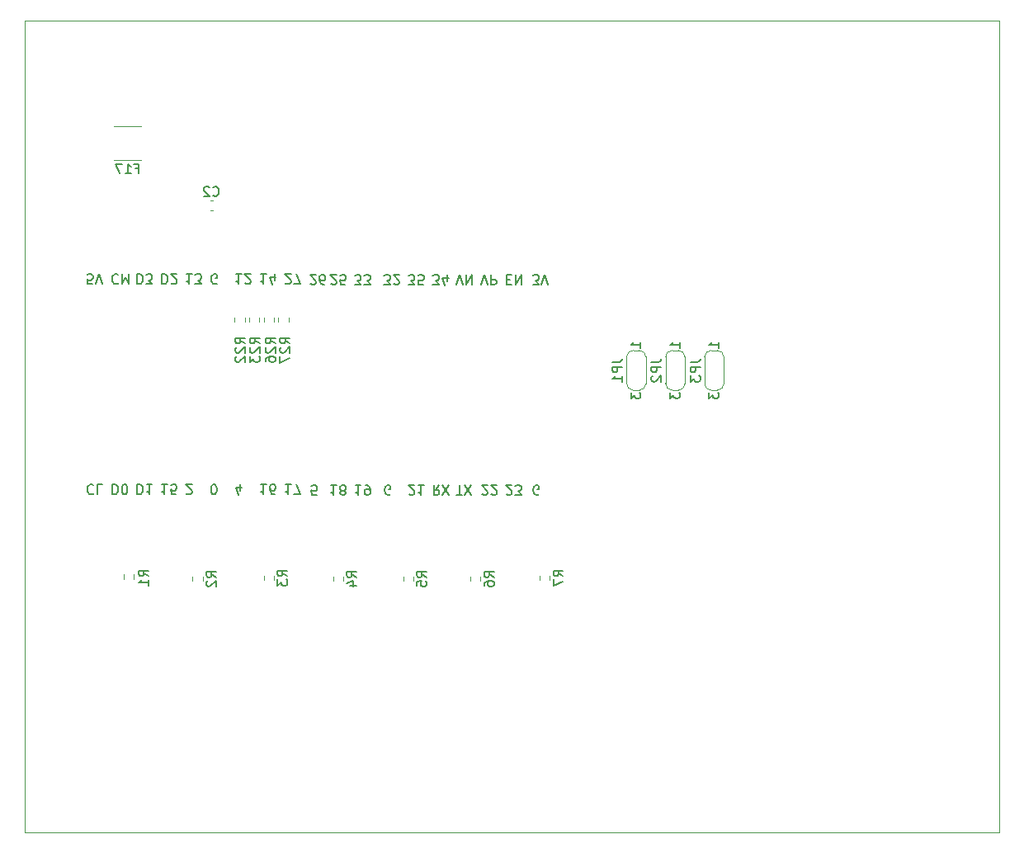
<source format=gbr>
%TF.GenerationSoftware,KiCad,Pcbnew,8.0.0*%
%TF.CreationDate,2024-08-19T20:21:19+02:00*%
%TF.ProjectId,led_stairs_controller,6c65645f-7374-4616-9972-735f636f6e74,V0.3*%
%TF.SameCoordinates,Original*%
%TF.FileFunction,Legend,Bot*%
%TF.FilePolarity,Positive*%
%FSLAX46Y46*%
G04 Gerber Fmt 4.6, Leading zero omitted, Abs format (unit mm)*
G04 Created by KiCad (PCBNEW 8.0.0) date 2024-08-19 20:21:19*
%MOMM*%
%LPD*%
G01*
G04 APERTURE LIST*
%ADD10C,0.150000*%
%ADD11C,0.120000*%
%TA.AperFunction,Profile*%
%ADD12C,0.120000*%
%TD*%
G04 APERTURE END LIST*
D10*
X161454819Y-90766666D02*
X162169104Y-90766666D01*
X162169104Y-90766666D02*
X162311961Y-90719047D01*
X162311961Y-90719047D02*
X162407200Y-90623809D01*
X162407200Y-90623809D02*
X162454819Y-90480952D01*
X162454819Y-90480952D02*
X162454819Y-90385714D01*
X162454819Y-91242857D02*
X161454819Y-91242857D01*
X161454819Y-91242857D02*
X161454819Y-91623809D01*
X161454819Y-91623809D02*
X161502438Y-91719047D01*
X161502438Y-91719047D02*
X161550057Y-91766666D01*
X161550057Y-91766666D02*
X161645295Y-91814285D01*
X161645295Y-91814285D02*
X161788152Y-91814285D01*
X161788152Y-91814285D02*
X161883390Y-91766666D01*
X161883390Y-91766666D02*
X161931009Y-91719047D01*
X161931009Y-91719047D02*
X161978628Y-91623809D01*
X161978628Y-91623809D02*
X161978628Y-91242857D01*
X162454819Y-92766666D02*
X162454819Y-92195238D01*
X162454819Y-92480952D02*
X161454819Y-92480952D01*
X161454819Y-92480952D02*
X161597676Y-92385714D01*
X161597676Y-92385714D02*
X161692914Y-92290476D01*
X161692914Y-92290476D02*
X161740533Y-92195238D01*
X164354819Y-89285714D02*
X164354819Y-88714286D01*
X164354819Y-89000000D02*
X163354819Y-89000000D01*
X163354819Y-89000000D02*
X163497676Y-88904762D01*
X163497676Y-88904762D02*
X163592914Y-88809524D01*
X163592914Y-88809524D02*
X163640533Y-88714286D01*
X163354819Y-93866667D02*
X163354819Y-94485714D01*
X163354819Y-94485714D02*
X163735771Y-94152381D01*
X163735771Y-94152381D02*
X163735771Y-94295238D01*
X163735771Y-94295238D02*
X163783390Y-94390476D01*
X163783390Y-94390476D02*
X163831009Y-94438095D01*
X163831009Y-94438095D02*
X163926247Y-94485714D01*
X163926247Y-94485714D02*
X164164342Y-94485714D01*
X164164342Y-94485714D02*
X164259580Y-94438095D01*
X164259580Y-94438095D02*
X164307200Y-94390476D01*
X164307200Y-94390476D02*
X164354819Y-94295238D01*
X164354819Y-94295238D02*
X164354819Y-94009524D01*
X164354819Y-94009524D02*
X164307200Y-93914286D01*
X164307200Y-93914286D02*
X164259580Y-93866667D01*
X165454819Y-90766666D02*
X166169104Y-90766666D01*
X166169104Y-90766666D02*
X166311961Y-90719047D01*
X166311961Y-90719047D02*
X166407200Y-90623809D01*
X166407200Y-90623809D02*
X166454819Y-90480952D01*
X166454819Y-90480952D02*
X166454819Y-90385714D01*
X166454819Y-91242857D02*
X165454819Y-91242857D01*
X165454819Y-91242857D02*
X165454819Y-91623809D01*
X165454819Y-91623809D02*
X165502438Y-91719047D01*
X165502438Y-91719047D02*
X165550057Y-91766666D01*
X165550057Y-91766666D02*
X165645295Y-91814285D01*
X165645295Y-91814285D02*
X165788152Y-91814285D01*
X165788152Y-91814285D02*
X165883390Y-91766666D01*
X165883390Y-91766666D02*
X165931009Y-91719047D01*
X165931009Y-91719047D02*
X165978628Y-91623809D01*
X165978628Y-91623809D02*
X165978628Y-91242857D01*
X165550057Y-92195238D02*
X165502438Y-92242857D01*
X165502438Y-92242857D02*
X165454819Y-92338095D01*
X165454819Y-92338095D02*
X165454819Y-92576190D01*
X165454819Y-92576190D02*
X165502438Y-92671428D01*
X165502438Y-92671428D02*
X165550057Y-92719047D01*
X165550057Y-92719047D02*
X165645295Y-92766666D01*
X165645295Y-92766666D02*
X165740533Y-92766666D01*
X165740533Y-92766666D02*
X165883390Y-92719047D01*
X165883390Y-92719047D02*
X166454819Y-92147619D01*
X166454819Y-92147619D02*
X166454819Y-92766666D01*
X168354819Y-89285714D02*
X168354819Y-88714286D01*
X168354819Y-89000000D02*
X167354819Y-89000000D01*
X167354819Y-89000000D02*
X167497676Y-88904762D01*
X167497676Y-88904762D02*
X167592914Y-88809524D01*
X167592914Y-88809524D02*
X167640533Y-88714286D01*
X167354819Y-93866667D02*
X167354819Y-94485714D01*
X167354819Y-94485714D02*
X167735771Y-94152381D01*
X167735771Y-94152381D02*
X167735771Y-94295238D01*
X167735771Y-94295238D02*
X167783390Y-94390476D01*
X167783390Y-94390476D02*
X167831009Y-94438095D01*
X167831009Y-94438095D02*
X167926247Y-94485714D01*
X167926247Y-94485714D02*
X168164342Y-94485714D01*
X168164342Y-94485714D02*
X168259580Y-94438095D01*
X168259580Y-94438095D02*
X168307200Y-94390476D01*
X168307200Y-94390476D02*
X168354819Y-94295238D01*
X168354819Y-94295238D02*
X168354819Y-94009524D01*
X168354819Y-94009524D02*
X168307200Y-93914286D01*
X168307200Y-93914286D02*
X168259580Y-93866667D01*
X126854819Y-88857142D02*
X126378628Y-88523809D01*
X126854819Y-88285714D02*
X125854819Y-88285714D01*
X125854819Y-88285714D02*
X125854819Y-88666666D01*
X125854819Y-88666666D02*
X125902438Y-88761904D01*
X125902438Y-88761904D02*
X125950057Y-88809523D01*
X125950057Y-88809523D02*
X126045295Y-88857142D01*
X126045295Y-88857142D02*
X126188152Y-88857142D01*
X126188152Y-88857142D02*
X126283390Y-88809523D01*
X126283390Y-88809523D02*
X126331009Y-88761904D01*
X126331009Y-88761904D02*
X126378628Y-88666666D01*
X126378628Y-88666666D02*
X126378628Y-88285714D01*
X125950057Y-89238095D02*
X125902438Y-89285714D01*
X125902438Y-89285714D02*
X125854819Y-89380952D01*
X125854819Y-89380952D02*
X125854819Y-89619047D01*
X125854819Y-89619047D02*
X125902438Y-89714285D01*
X125902438Y-89714285D02*
X125950057Y-89761904D01*
X125950057Y-89761904D02*
X126045295Y-89809523D01*
X126045295Y-89809523D02*
X126140533Y-89809523D01*
X126140533Y-89809523D02*
X126283390Y-89761904D01*
X126283390Y-89761904D02*
X126854819Y-89190476D01*
X126854819Y-89190476D02*
X126854819Y-89809523D01*
X125854819Y-90666666D02*
X125854819Y-90476190D01*
X125854819Y-90476190D02*
X125902438Y-90380952D01*
X125902438Y-90380952D02*
X125950057Y-90333333D01*
X125950057Y-90333333D02*
X126092914Y-90238095D01*
X126092914Y-90238095D02*
X126283390Y-90190476D01*
X126283390Y-90190476D02*
X126664342Y-90190476D01*
X126664342Y-90190476D02*
X126759580Y-90238095D01*
X126759580Y-90238095D02*
X126807200Y-90285714D01*
X126807200Y-90285714D02*
X126854819Y-90380952D01*
X126854819Y-90380952D02*
X126854819Y-90571428D01*
X126854819Y-90571428D02*
X126807200Y-90666666D01*
X126807200Y-90666666D02*
X126759580Y-90714285D01*
X126759580Y-90714285D02*
X126664342Y-90761904D01*
X126664342Y-90761904D02*
X126426247Y-90761904D01*
X126426247Y-90761904D02*
X126331009Y-90714285D01*
X126331009Y-90714285D02*
X126283390Y-90666666D01*
X126283390Y-90666666D02*
X126235771Y-90571428D01*
X126235771Y-90571428D02*
X126235771Y-90380952D01*
X126235771Y-90380952D02*
X126283390Y-90285714D01*
X126283390Y-90285714D02*
X126331009Y-90238095D01*
X126331009Y-90238095D02*
X126426247Y-90190476D01*
X128354819Y-88857142D02*
X127878628Y-88523809D01*
X128354819Y-88285714D02*
X127354819Y-88285714D01*
X127354819Y-88285714D02*
X127354819Y-88666666D01*
X127354819Y-88666666D02*
X127402438Y-88761904D01*
X127402438Y-88761904D02*
X127450057Y-88809523D01*
X127450057Y-88809523D02*
X127545295Y-88857142D01*
X127545295Y-88857142D02*
X127688152Y-88857142D01*
X127688152Y-88857142D02*
X127783390Y-88809523D01*
X127783390Y-88809523D02*
X127831009Y-88761904D01*
X127831009Y-88761904D02*
X127878628Y-88666666D01*
X127878628Y-88666666D02*
X127878628Y-88285714D01*
X127450057Y-89238095D02*
X127402438Y-89285714D01*
X127402438Y-89285714D02*
X127354819Y-89380952D01*
X127354819Y-89380952D02*
X127354819Y-89619047D01*
X127354819Y-89619047D02*
X127402438Y-89714285D01*
X127402438Y-89714285D02*
X127450057Y-89761904D01*
X127450057Y-89761904D02*
X127545295Y-89809523D01*
X127545295Y-89809523D02*
X127640533Y-89809523D01*
X127640533Y-89809523D02*
X127783390Y-89761904D01*
X127783390Y-89761904D02*
X128354819Y-89190476D01*
X128354819Y-89190476D02*
X128354819Y-89809523D01*
X127354819Y-90142857D02*
X127354819Y-90809523D01*
X127354819Y-90809523D02*
X128354819Y-90380952D01*
X112509523Y-70881009D02*
X112842856Y-70881009D01*
X112842856Y-71404819D02*
X112842856Y-70404819D01*
X112842856Y-70404819D02*
X112366666Y-70404819D01*
X111461904Y-71404819D02*
X112033332Y-71404819D01*
X111747618Y-71404819D02*
X111747618Y-70404819D01*
X111747618Y-70404819D02*
X111842856Y-70547676D01*
X111842856Y-70547676D02*
X111938094Y-70642914D01*
X111938094Y-70642914D02*
X112033332Y-70690533D01*
X111128570Y-70404819D02*
X110461904Y-70404819D01*
X110461904Y-70404819D02*
X110890475Y-71404819D01*
X120466666Y-73629580D02*
X120514285Y-73677200D01*
X120514285Y-73677200D02*
X120657142Y-73724819D01*
X120657142Y-73724819D02*
X120752380Y-73724819D01*
X120752380Y-73724819D02*
X120895237Y-73677200D01*
X120895237Y-73677200D02*
X120990475Y-73581961D01*
X120990475Y-73581961D02*
X121038094Y-73486723D01*
X121038094Y-73486723D02*
X121085713Y-73296247D01*
X121085713Y-73296247D02*
X121085713Y-73153390D01*
X121085713Y-73153390D02*
X121038094Y-72962914D01*
X121038094Y-72962914D02*
X120990475Y-72867676D01*
X120990475Y-72867676D02*
X120895237Y-72772438D01*
X120895237Y-72772438D02*
X120752380Y-72724819D01*
X120752380Y-72724819D02*
X120657142Y-72724819D01*
X120657142Y-72724819D02*
X120514285Y-72772438D01*
X120514285Y-72772438D02*
X120466666Y-72820057D01*
X120085713Y-72820057D02*
X120038094Y-72772438D01*
X120038094Y-72772438D02*
X119942856Y-72724819D01*
X119942856Y-72724819D02*
X119704761Y-72724819D01*
X119704761Y-72724819D02*
X119609523Y-72772438D01*
X119609523Y-72772438D02*
X119561904Y-72820057D01*
X119561904Y-72820057D02*
X119514285Y-72915295D01*
X119514285Y-72915295D02*
X119514285Y-73010533D01*
X119514285Y-73010533D02*
X119561904Y-73153390D01*
X119561904Y-73153390D02*
X120133332Y-73724819D01*
X120133332Y-73724819D02*
X119514285Y-73724819D01*
X125254819Y-88857142D02*
X124778628Y-88523809D01*
X125254819Y-88285714D02*
X124254819Y-88285714D01*
X124254819Y-88285714D02*
X124254819Y-88666666D01*
X124254819Y-88666666D02*
X124302438Y-88761904D01*
X124302438Y-88761904D02*
X124350057Y-88809523D01*
X124350057Y-88809523D02*
X124445295Y-88857142D01*
X124445295Y-88857142D02*
X124588152Y-88857142D01*
X124588152Y-88857142D02*
X124683390Y-88809523D01*
X124683390Y-88809523D02*
X124731009Y-88761904D01*
X124731009Y-88761904D02*
X124778628Y-88666666D01*
X124778628Y-88666666D02*
X124778628Y-88285714D01*
X124350057Y-89238095D02*
X124302438Y-89285714D01*
X124302438Y-89285714D02*
X124254819Y-89380952D01*
X124254819Y-89380952D02*
X124254819Y-89619047D01*
X124254819Y-89619047D02*
X124302438Y-89714285D01*
X124302438Y-89714285D02*
X124350057Y-89761904D01*
X124350057Y-89761904D02*
X124445295Y-89809523D01*
X124445295Y-89809523D02*
X124540533Y-89809523D01*
X124540533Y-89809523D02*
X124683390Y-89761904D01*
X124683390Y-89761904D02*
X125254819Y-89190476D01*
X125254819Y-89190476D02*
X125254819Y-89809523D01*
X124254819Y-90142857D02*
X124254819Y-90761904D01*
X124254819Y-90761904D02*
X124635771Y-90428571D01*
X124635771Y-90428571D02*
X124635771Y-90571428D01*
X124635771Y-90571428D02*
X124683390Y-90666666D01*
X124683390Y-90666666D02*
X124731009Y-90714285D01*
X124731009Y-90714285D02*
X124826247Y-90761904D01*
X124826247Y-90761904D02*
X125064342Y-90761904D01*
X125064342Y-90761904D02*
X125159580Y-90714285D01*
X125159580Y-90714285D02*
X125207200Y-90666666D01*
X125207200Y-90666666D02*
X125254819Y-90571428D01*
X125254819Y-90571428D02*
X125254819Y-90285714D01*
X125254819Y-90285714D02*
X125207200Y-90190476D01*
X125207200Y-90190476D02*
X125159580Y-90142857D01*
X113854819Y-112733333D02*
X113378628Y-112400000D01*
X113854819Y-112161905D02*
X112854819Y-112161905D01*
X112854819Y-112161905D02*
X112854819Y-112542857D01*
X112854819Y-112542857D02*
X112902438Y-112638095D01*
X112902438Y-112638095D02*
X112950057Y-112685714D01*
X112950057Y-112685714D02*
X113045295Y-112733333D01*
X113045295Y-112733333D02*
X113188152Y-112733333D01*
X113188152Y-112733333D02*
X113283390Y-112685714D01*
X113283390Y-112685714D02*
X113331009Y-112638095D01*
X113331009Y-112638095D02*
X113378628Y-112542857D01*
X113378628Y-112542857D02*
X113378628Y-112161905D01*
X113854819Y-113685714D02*
X113854819Y-113114286D01*
X113854819Y-113400000D02*
X112854819Y-113400000D01*
X112854819Y-113400000D02*
X112997676Y-113304762D01*
X112997676Y-113304762D02*
X113092914Y-113209524D01*
X113092914Y-113209524D02*
X113140533Y-113114286D01*
X123754819Y-88857142D02*
X123278628Y-88523809D01*
X123754819Y-88285714D02*
X122754819Y-88285714D01*
X122754819Y-88285714D02*
X122754819Y-88666666D01*
X122754819Y-88666666D02*
X122802438Y-88761904D01*
X122802438Y-88761904D02*
X122850057Y-88809523D01*
X122850057Y-88809523D02*
X122945295Y-88857142D01*
X122945295Y-88857142D02*
X123088152Y-88857142D01*
X123088152Y-88857142D02*
X123183390Y-88809523D01*
X123183390Y-88809523D02*
X123231009Y-88761904D01*
X123231009Y-88761904D02*
X123278628Y-88666666D01*
X123278628Y-88666666D02*
X123278628Y-88285714D01*
X122850057Y-89238095D02*
X122802438Y-89285714D01*
X122802438Y-89285714D02*
X122754819Y-89380952D01*
X122754819Y-89380952D02*
X122754819Y-89619047D01*
X122754819Y-89619047D02*
X122802438Y-89714285D01*
X122802438Y-89714285D02*
X122850057Y-89761904D01*
X122850057Y-89761904D02*
X122945295Y-89809523D01*
X122945295Y-89809523D02*
X123040533Y-89809523D01*
X123040533Y-89809523D02*
X123183390Y-89761904D01*
X123183390Y-89761904D02*
X123754819Y-89190476D01*
X123754819Y-89190476D02*
X123754819Y-89809523D01*
X122850057Y-90190476D02*
X122802438Y-90238095D01*
X122802438Y-90238095D02*
X122754819Y-90333333D01*
X122754819Y-90333333D02*
X122754819Y-90571428D01*
X122754819Y-90571428D02*
X122802438Y-90666666D01*
X122802438Y-90666666D02*
X122850057Y-90714285D01*
X122850057Y-90714285D02*
X122945295Y-90761904D01*
X122945295Y-90761904D02*
X123040533Y-90761904D01*
X123040533Y-90761904D02*
X123183390Y-90714285D01*
X123183390Y-90714285D02*
X123754819Y-90142857D01*
X123754819Y-90142857D02*
X123754819Y-90761904D01*
X156384819Y-112733333D02*
X155908628Y-112400000D01*
X156384819Y-112161905D02*
X155384819Y-112161905D01*
X155384819Y-112161905D02*
X155384819Y-112542857D01*
X155384819Y-112542857D02*
X155432438Y-112638095D01*
X155432438Y-112638095D02*
X155480057Y-112685714D01*
X155480057Y-112685714D02*
X155575295Y-112733333D01*
X155575295Y-112733333D02*
X155718152Y-112733333D01*
X155718152Y-112733333D02*
X155813390Y-112685714D01*
X155813390Y-112685714D02*
X155861009Y-112638095D01*
X155861009Y-112638095D02*
X155908628Y-112542857D01*
X155908628Y-112542857D02*
X155908628Y-112161905D01*
X155384819Y-113066667D02*
X155384819Y-113733333D01*
X155384819Y-113733333D02*
X156384819Y-113304762D01*
X128084819Y-112733333D02*
X127608628Y-112400000D01*
X128084819Y-112161905D02*
X127084819Y-112161905D01*
X127084819Y-112161905D02*
X127084819Y-112542857D01*
X127084819Y-112542857D02*
X127132438Y-112638095D01*
X127132438Y-112638095D02*
X127180057Y-112685714D01*
X127180057Y-112685714D02*
X127275295Y-112733333D01*
X127275295Y-112733333D02*
X127418152Y-112733333D01*
X127418152Y-112733333D02*
X127513390Y-112685714D01*
X127513390Y-112685714D02*
X127561009Y-112638095D01*
X127561009Y-112638095D02*
X127608628Y-112542857D01*
X127608628Y-112542857D02*
X127608628Y-112161905D01*
X127084819Y-113066667D02*
X127084819Y-113685714D01*
X127084819Y-113685714D02*
X127465771Y-113352381D01*
X127465771Y-113352381D02*
X127465771Y-113495238D01*
X127465771Y-113495238D02*
X127513390Y-113590476D01*
X127513390Y-113590476D02*
X127561009Y-113638095D01*
X127561009Y-113638095D02*
X127656247Y-113685714D01*
X127656247Y-113685714D02*
X127894342Y-113685714D01*
X127894342Y-113685714D02*
X127989580Y-113638095D01*
X127989580Y-113638095D02*
X128037200Y-113590476D01*
X128037200Y-113590476D02*
X128084819Y-113495238D01*
X128084819Y-113495238D02*
X128084819Y-113209524D01*
X128084819Y-113209524D02*
X128037200Y-113114286D01*
X128037200Y-113114286D02*
X127989580Y-113066667D01*
X135184819Y-112833333D02*
X134708628Y-112500000D01*
X135184819Y-112261905D02*
X134184819Y-112261905D01*
X134184819Y-112261905D02*
X134184819Y-112642857D01*
X134184819Y-112642857D02*
X134232438Y-112738095D01*
X134232438Y-112738095D02*
X134280057Y-112785714D01*
X134280057Y-112785714D02*
X134375295Y-112833333D01*
X134375295Y-112833333D02*
X134518152Y-112833333D01*
X134518152Y-112833333D02*
X134613390Y-112785714D01*
X134613390Y-112785714D02*
X134661009Y-112738095D01*
X134661009Y-112738095D02*
X134708628Y-112642857D01*
X134708628Y-112642857D02*
X134708628Y-112261905D01*
X134518152Y-113690476D02*
X135184819Y-113690476D01*
X134137200Y-113452381D02*
X134851485Y-113214286D01*
X134851485Y-113214286D02*
X134851485Y-113833333D01*
X169454819Y-90766666D02*
X170169104Y-90766666D01*
X170169104Y-90766666D02*
X170311961Y-90719047D01*
X170311961Y-90719047D02*
X170407200Y-90623809D01*
X170407200Y-90623809D02*
X170454819Y-90480952D01*
X170454819Y-90480952D02*
X170454819Y-90385714D01*
X170454819Y-91242857D02*
X169454819Y-91242857D01*
X169454819Y-91242857D02*
X169454819Y-91623809D01*
X169454819Y-91623809D02*
X169502438Y-91719047D01*
X169502438Y-91719047D02*
X169550057Y-91766666D01*
X169550057Y-91766666D02*
X169645295Y-91814285D01*
X169645295Y-91814285D02*
X169788152Y-91814285D01*
X169788152Y-91814285D02*
X169883390Y-91766666D01*
X169883390Y-91766666D02*
X169931009Y-91719047D01*
X169931009Y-91719047D02*
X169978628Y-91623809D01*
X169978628Y-91623809D02*
X169978628Y-91242857D01*
X169454819Y-92147619D02*
X169454819Y-92766666D01*
X169454819Y-92766666D02*
X169835771Y-92433333D01*
X169835771Y-92433333D02*
X169835771Y-92576190D01*
X169835771Y-92576190D02*
X169883390Y-92671428D01*
X169883390Y-92671428D02*
X169931009Y-92719047D01*
X169931009Y-92719047D02*
X170026247Y-92766666D01*
X170026247Y-92766666D02*
X170264342Y-92766666D01*
X170264342Y-92766666D02*
X170359580Y-92719047D01*
X170359580Y-92719047D02*
X170407200Y-92671428D01*
X170407200Y-92671428D02*
X170454819Y-92576190D01*
X170454819Y-92576190D02*
X170454819Y-92290476D01*
X170454819Y-92290476D02*
X170407200Y-92195238D01*
X170407200Y-92195238D02*
X170359580Y-92147619D01*
X172354819Y-89285714D02*
X172354819Y-88714286D01*
X172354819Y-89000000D02*
X171354819Y-89000000D01*
X171354819Y-89000000D02*
X171497676Y-88904762D01*
X171497676Y-88904762D02*
X171592914Y-88809524D01*
X171592914Y-88809524D02*
X171640533Y-88714286D01*
X171354819Y-93866667D02*
X171354819Y-94485714D01*
X171354819Y-94485714D02*
X171735771Y-94152381D01*
X171735771Y-94152381D02*
X171735771Y-94295238D01*
X171735771Y-94295238D02*
X171783390Y-94390476D01*
X171783390Y-94390476D02*
X171831009Y-94438095D01*
X171831009Y-94438095D02*
X171926247Y-94485714D01*
X171926247Y-94485714D02*
X172164342Y-94485714D01*
X172164342Y-94485714D02*
X172259580Y-94438095D01*
X172259580Y-94438095D02*
X172307200Y-94390476D01*
X172307200Y-94390476D02*
X172354819Y-94295238D01*
X172354819Y-94295238D02*
X172354819Y-94009524D01*
X172354819Y-94009524D02*
X172307200Y-93914286D01*
X172307200Y-93914286D02*
X172259580Y-93866667D01*
X142384819Y-112833333D02*
X141908628Y-112500000D01*
X142384819Y-112261905D02*
X141384819Y-112261905D01*
X141384819Y-112261905D02*
X141384819Y-112642857D01*
X141384819Y-112642857D02*
X141432438Y-112738095D01*
X141432438Y-112738095D02*
X141480057Y-112785714D01*
X141480057Y-112785714D02*
X141575295Y-112833333D01*
X141575295Y-112833333D02*
X141718152Y-112833333D01*
X141718152Y-112833333D02*
X141813390Y-112785714D01*
X141813390Y-112785714D02*
X141861009Y-112738095D01*
X141861009Y-112738095D02*
X141908628Y-112642857D01*
X141908628Y-112642857D02*
X141908628Y-112261905D01*
X141384819Y-113738095D02*
X141384819Y-113261905D01*
X141384819Y-113261905D02*
X141861009Y-113214286D01*
X141861009Y-113214286D02*
X141813390Y-113261905D01*
X141813390Y-113261905D02*
X141765771Y-113357143D01*
X141765771Y-113357143D02*
X141765771Y-113595238D01*
X141765771Y-113595238D02*
X141813390Y-113690476D01*
X141813390Y-113690476D02*
X141861009Y-113738095D01*
X141861009Y-113738095D02*
X141956247Y-113785714D01*
X141956247Y-113785714D02*
X142194342Y-113785714D01*
X142194342Y-113785714D02*
X142289580Y-113738095D01*
X142289580Y-113738095D02*
X142337200Y-113690476D01*
X142337200Y-113690476D02*
X142384819Y-113595238D01*
X142384819Y-113595238D02*
X142384819Y-113357143D01*
X142384819Y-113357143D02*
X142337200Y-113261905D01*
X142337200Y-113261905D02*
X142289580Y-113214286D01*
X149284819Y-112833333D02*
X148808628Y-112500000D01*
X149284819Y-112261905D02*
X148284819Y-112261905D01*
X148284819Y-112261905D02*
X148284819Y-112642857D01*
X148284819Y-112642857D02*
X148332438Y-112738095D01*
X148332438Y-112738095D02*
X148380057Y-112785714D01*
X148380057Y-112785714D02*
X148475295Y-112833333D01*
X148475295Y-112833333D02*
X148618152Y-112833333D01*
X148618152Y-112833333D02*
X148713390Y-112785714D01*
X148713390Y-112785714D02*
X148761009Y-112738095D01*
X148761009Y-112738095D02*
X148808628Y-112642857D01*
X148808628Y-112642857D02*
X148808628Y-112261905D01*
X148284819Y-113690476D02*
X148284819Y-113500000D01*
X148284819Y-113500000D02*
X148332438Y-113404762D01*
X148332438Y-113404762D02*
X148380057Y-113357143D01*
X148380057Y-113357143D02*
X148522914Y-113261905D01*
X148522914Y-113261905D02*
X148713390Y-113214286D01*
X148713390Y-113214286D02*
X149094342Y-113214286D01*
X149094342Y-113214286D02*
X149189580Y-113261905D01*
X149189580Y-113261905D02*
X149237200Y-113309524D01*
X149237200Y-113309524D02*
X149284819Y-113404762D01*
X149284819Y-113404762D02*
X149284819Y-113595238D01*
X149284819Y-113595238D02*
X149237200Y-113690476D01*
X149237200Y-113690476D02*
X149189580Y-113738095D01*
X149189580Y-113738095D02*
X149094342Y-113785714D01*
X149094342Y-113785714D02*
X148856247Y-113785714D01*
X148856247Y-113785714D02*
X148761009Y-113738095D01*
X148761009Y-113738095D02*
X148713390Y-113690476D01*
X148713390Y-113690476D02*
X148665771Y-113595238D01*
X148665771Y-113595238D02*
X148665771Y-113404762D01*
X148665771Y-113404762D02*
X148713390Y-113309524D01*
X148713390Y-113309524D02*
X148761009Y-113261905D01*
X148761009Y-113261905D02*
X148856247Y-113214286D01*
X120784819Y-112833333D02*
X120308628Y-112500000D01*
X120784819Y-112261905D02*
X119784819Y-112261905D01*
X119784819Y-112261905D02*
X119784819Y-112642857D01*
X119784819Y-112642857D02*
X119832438Y-112738095D01*
X119832438Y-112738095D02*
X119880057Y-112785714D01*
X119880057Y-112785714D02*
X119975295Y-112833333D01*
X119975295Y-112833333D02*
X120118152Y-112833333D01*
X120118152Y-112833333D02*
X120213390Y-112785714D01*
X120213390Y-112785714D02*
X120261009Y-112738095D01*
X120261009Y-112738095D02*
X120308628Y-112642857D01*
X120308628Y-112642857D02*
X120308628Y-112261905D01*
X119880057Y-113214286D02*
X119832438Y-113261905D01*
X119832438Y-113261905D02*
X119784819Y-113357143D01*
X119784819Y-113357143D02*
X119784819Y-113595238D01*
X119784819Y-113595238D02*
X119832438Y-113690476D01*
X119832438Y-113690476D02*
X119880057Y-113738095D01*
X119880057Y-113738095D02*
X119975295Y-113785714D01*
X119975295Y-113785714D02*
X120070533Y-113785714D01*
X120070533Y-113785714D02*
X120213390Y-113738095D01*
X120213390Y-113738095D02*
X120784819Y-113166667D01*
X120784819Y-113166667D02*
X120784819Y-113785714D01*
X140564160Y-104294942D02*
X140611779Y-104342561D01*
X140611779Y-104342561D02*
X140707017Y-104390180D01*
X140707017Y-104390180D02*
X140945112Y-104390180D01*
X140945112Y-104390180D02*
X141040350Y-104342561D01*
X141040350Y-104342561D02*
X141087969Y-104294942D01*
X141087969Y-104294942D02*
X141135588Y-104199704D01*
X141135588Y-104199704D02*
X141135588Y-104104466D01*
X141135588Y-104104466D02*
X141087969Y-103961609D01*
X141087969Y-103961609D02*
X140516541Y-103390180D01*
X140516541Y-103390180D02*
X141135588Y-103390180D01*
X142087969Y-103390180D02*
X141516541Y-103390180D01*
X141802255Y-103390180D02*
X141802255Y-104390180D01*
X141802255Y-104390180D02*
X141707017Y-104247323D01*
X141707017Y-104247323D02*
X141611779Y-104152085D01*
X141611779Y-104152085D02*
X141516541Y-104104466D01*
X131087969Y-104390180D02*
X130611779Y-104390180D01*
X130611779Y-104390180D02*
X130564160Y-103913990D01*
X130564160Y-103913990D02*
X130611779Y-103961609D01*
X130611779Y-103961609D02*
X130707017Y-104009228D01*
X130707017Y-104009228D02*
X130945112Y-104009228D01*
X130945112Y-104009228D02*
X131040350Y-103961609D01*
X131040350Y-103961609D02*
X131087969Y-103913990D01*
X131087969Y-103913990D02*
X131135588Y-103818752D01*
X131135588Y-103818752D02*
X131135588Y-103580657D01*
X131135588Y-103580657D02*
X131087969Y-103485419D01*
X131087969Y-103485419D02*
X131040350Y-103437800D01*
X131040350Y-103437800D02*
X130945112Y-103390180D01*
X130945112Y-103390180D02*
X130707017Y-103390180D01*
X130707017Y-103390180D02*
X130611779Y-103437800D01*
X130611779Y-103437800D02*
X130564160Y-103485419D01*
X148064160Y-104294942D02*
X148111779Y-104342561D01*
X148111779Y-104342561D02*
X148207017Y-104390180D01*
X148207017Y-104390180D02*
X148445112Y-104390180D01*
X148445112Y-104390180D02*
X148540350Y-104342561D01*
X148540350Y-104342561D02*
X148587969Y-104294942D01*
X148587969Y-104294942D02*
X148635588Y-104199704D01*
X148635588Y-104199704D02*
X148635588Y-104104466D01*
X148635588Y-104104466D02*
X148587969Y-103961609D01*
X148587969Y-103961609D02*
X148016541Y-103390180D01*
X148016541Y-103390180D02*
X148635588Y-103390180D01*
X149016541Y-104294942D02*
X149064160Y-104342561D01*
X149064160Y-104342561D02*
X149159398Y-104390180D01*
X149159398Y-104390180D02*
X149397493Y-104390180D01*
X149397493Y-104390180D02*
X149492731Y-104342561D01*
X149492731Y-104342561D02*
X149540350Y-104294942D01*
X149540350Y-104294942D02*
X149587969Y-104199704D01*
X149587969Y-104199704D02*
X149587969Y-104104466D01*
X149587969Y-104104466D02*
X149540350Y-103961609D01*
X149540350Y-103961609D02*
X148968922Y-103390180D01*
X148968922Y-103390180D02*
X149587969Y-103390180D01*
X130454160Y-82704942D02*
X130501779Y-82752561D01*
X130501779Y-82752561D02*
X130597017Y-82800180D01*
X130597017Y-82800180D02*
X130835112Y-82800180D01*
X130835112Y-82800180D02*
X130930350Y-82752561D01*
X130930350Y-82752561D02*
X130977969Y-82704942D01*
X130977969Y-82704942D02*
X131025588Y-82609704D01*
X131025588Y-82609704D02*
X131025588Y-82514466D01*
X131025588Y-82514466D02*
X130977969Y-82371609D01*
X130977969Y-82371609D02*
X130406541Y-81800180D01*
X130406541Y-81800180D02*
X131025588Y-81800180D01*
X131882731Y-82800180D02*
X131692255Y-82800180D01*
X131692255Y-82800180D02*
X131597017Y-82752561D01*
X131597017Y-82752561D02*
X131549398Y-82704942D01*
X131549398Y-82704942D02*
X131454160Y-82562085D01*
X131454160Y-82562085D02*
X131406541Y-82371609D01*
X131406541Y-82371609D02*
X131406541Y-81990657D01*
X131406541Y-81990657D02*
X131454160Y-81895419D01*
X131454160Y-81895419D02*
X131501779Y-81847800D01*
X131501779Y-81847800D02*
X131597017Y-81800180D01*
X131597017Y-81800180D02*
X131787493Y-81800180D01*
X131787493Y-81800180D02*
X131882731Y-81847800D01*
X131882731Y-81847800D02*
X131930350Y-81895419D01*
X131930350Y-81895419D02*
X131977969Y-81990657D01*
X131977969Y-81990657D02*
X131977969Y-82228752D01*
X131977969Y-82228752D02*
X131930350Y-82323990D01*
X131930350Y-82323990D02*
X131882731Y-82371609D01*
X131882731Y-82371609D02*
X131787493Y-82419228D01*
X131787493Y-82419228D02*
X131597017Y-82419228D01*
X131597017Y-82419228D02*
X131501779Y-82371609D01*
X131501779Y-82371609D02*
X131454160Y-82323990D01*
X131454160Y-82323990D02*
X131406541Y-82228752D01*
X138016541Y-82800180D02*
X138635588Y-82800180D01*
X138635588Y-82800180D02*
X138302255Y-82419228D01*
X138302255Y-82419228D02*
X138445112Y-82419228D01*
X138445112Y-82419228D02*
X138540350Y-82371609D01*
X138540350Y-82371609D02*
X138587969Y-82323990D01*
X138587969Y-82323990D02*
X138635588Y-82228752D01*
X138635588Y-82228752D02*
X138635588Y-81990657D01*
X138635588Y-81990657D02*
X138587969Y-81895419D01*
X138587969Y-81895419D02*
X138540350Y-81847800D01*
X138540350Y-81847800D02*
X138445112Y-81800180D01*
X138445112Y-81800180D02*
X138159398Y-81800180D01*
X138159398Y-81800180D02*
X138064160Y-81847800D01*
X138064160Y-81847800D02*
X138016541Y-81895419D01*
X139016541Y-82704942D02*
X139064160Y-82752561D01*
X139064160Y-82752561D02*
X139159398Y-82800180D01*
X139159398Y-82800180D02*
X139397493Y-82800180D01*
X139397493Y-82800180D02*
X139492731Y-82752561D01*
X139492731Y-82752561D02*
X139540350Y-82704942D01*
X139540350Y-82704942D02*
X139587969Y-82609704D01*
X139587969Y-82609704D02*
X139587969Y-82514466D01*
X139587969Y-82514466D02*
X139540350Y-82371609D01*
X139540350Y-82371609D02*
X138968922Y-81800180D01*
X138968922Y-81800180D02*
X139587969Y-81800180D01*
X112696779Y-81730180D02*
X112696779Y-82730180D01*
X112696779Y-82730180D02*
X112934874Y-82730180D01*
X112934874Y-82730180D02*
X113077731Y-82682561D01*
X113077731Y-82682561D02*
X113172969Y-82587323D01*
X113172969Y-82587323D02*
X113220588Y-82492085D01*
X113220588Y-82492085D02*
X113268207Y-82301609D01*
X113268207Y-82301609D02*
X113268207Y-82158752D01*
X113268207Y-82158752D02*
X113220588Y-81968276D01*
X113220588Y-81968276D02*
X113172969Y-81873038D01*
X113172969Y-81873038D02*
X113077731Y-81777800D01*
X113077731Y-81777800D02*
X112934874Y-81730180D01*
X112934874Y-81730180D02*
X112696779Y-81730180D01*
X113601541Y-82730180D02*
X114220588Y-82730180D01*
X114220588Y-82730180D02*
X113887255Y-82349228D01*
X113887255Y-82349228D02*
X114030112Y-82349228D01*
X114030112Y-82349228D02*
X114125350Y-82301609D01*
X114125350Y-82301609D02*
X114172969Y-82253990D01*
X114172969Y-82253990D02*
X114220588Y-82158752D01*
X114220588Y-82158752D02*
X114220588Y-81920657D01*
X114220588Y-81920657D02*
X114172969Y-81825419D01*
X114172969Y-81825419D02*
X114125350Y-81777800D01*
X114125350Y-81777800D02*
X114030112Y-81730180D01*
X114030112Y-81730180D02*
X113744398Y-81730180D01*
X113744398Y-81730180D02*
X113649160Y-81777800D01*
X113649160Y-81777800D02*
X113601541Y-81825419D01*
X135016541Y-82800180D02*
X135635588Y-82800180D01*
X135635588Y-82800180D02*
X135302255Y-82419228D01*
X135302255Y-82419228D02*
X135445112Y-82419228D01*
X135445112Y-82419228D02*
X135540350Y-82371609D01*
X135540350Y-82371609D02*
X135587969Y-82323990D01*
X135587969Y-82323990D02*
X135635588Y-82228752D01*
X135635588Y-82228752D02*
X135635588Y-81990657D01*
X135635588Y-81990657D02*
X135587969Y-81895419D01*
X135587969Y-81895419D02*
X135540350Y-81847800D01*
X135540350Y-81847800D02*
X135445112Y-81800180D01*
X135445112Y-81800180D02*
X135159398Y-81800180D01*
X135159398Y-81800180D02*
X135064160Y-81847800D01*
X135064160Y-81847800D02*
X135016541Y-81895419D01*
X135968922Y-82800180D02*
X136587969Y-82800180D01*
X136587969Y-82800180D02*
X136254636Y-82419228D01*
X136254636Y-82419228D02*
X136397493Y-82419228D01*
X136397493Y-82419228D02*
X136492731Y-82371609D01*
X136492731Y-82371609D02*
X136540350Y-82323990D01*
X136540350Y-82323990D02*
X136587969Y-82228752D01*
X136587969Y-82228752D02*
X136587969Y-81990657D01*
X136587969Y-81990657D02*
X136540350Y-81895419D01*
X136540350Y-81895419D02*
X136492731Y-81847800D01*
X136492731Y-81847800D02*
X136397493Y-81800180D01*
X136397493Y-81800180D02*
X136111779Y-81800180D01*
X136111779Y-81800180D02*
X136016541Y-81847800D01*
X136016541Y-81847800D02*
X135968922Y-81895419D01*
X108188207Y-103415419D02*
X108140588Y-103367800D01*
X108140588Y-103367800D02*
X107997731Y-103320180D01*
X107997731Y-103320180D02*
X107902493Y-103320180D01*
X107902493Y-103320180D02*
X107759636Y-103367800D01*
X107759636Y-103367800D02*
X107664398Y-103463038D01*
X107664398Y-103463038D02*
X107616779Y-103558276D01*
X107616779Y-103558276D02*
X107569160Y-103748752D01*
X107569160Y-103748752D02*
X107569160Y-103891609D01*
X107569160Y-103891609D02*
X107616779Y-104082085D01*
X107616779Y-104082085D02*
X107664398Y-104177323D01*
X107664398Y-104177323D02*
X107759636Y-104272561D01*
X107759636Y-104272561D02*
X107902493Y-104320180D01*
X107902493Y-104320180D02*
X107997731Y-104320180D01*
X107997731Y-104320180D02*
X108140588Y-104272561D01*
X108140588Y-104272561D02*
X108188207Y-104224942D01*
X109092969Y-103320180D02*
X108616779Y-103320180D01*
X108616779Y-103320180D02*
X108616779Y-104320180D01*
X147968922Y-82800180D02*
X148302255Y-81800180D01*
X148302255Y-81800180D02*
X148635588Y-82800180D01*
X148968922Y-81800180D02*
X148968922Y-82800180D01*
X148968922Y-82800180D02*
X149349874Y-82800180D01*
X149349874Y-82800180D02*
X149445112Y-82752561D01*
X149445112Y-82752561D02*
X149492731Y-82704942D01*
X149492731Y-82704942D02*
X149540350Y-82609704D01*
X149540350Y-82609704D02*
X149540350Y-82466847D01*
X149540350Y-82466847D02*
X149492731Y-82371609D01*
X149492731Y-82371609D02*
X149445112Y-82323990D01*
X149445112Y-82323990D02*
X149349874Y-82276371D01*
X149349874Y-82276371D02*
X148968922Y-82276371D01*
X123380588Y-81730180D02*
X122809160Y-81730180D01*
X123094874Y-81730180D02*
X123094874Y-82730180D01*
X123094874Y-82730180D02*
X122999636Y-82587323D01*
X122999636Y-82587323D02*
X122904398Y-82492085D01*
X122904398Y-82492085D02*
X122809160Y-82444466D01*
X123761541Y-82634942D02*
X123809160Y-82682561D01*
X123809160Y-82682561D02*
X123904398Y-82730180D01*
X123904398Y-82730180D02*
X124142493Y-82730180D01*
X124142493Y-82730180D02*
X124237731Y-82682561D01*
X124237731Y-82682561D02*
X124285350Y-82634942D01*
X124285350Y-82634942D02*
X124332969Y-82539704D01*
X124332969Y-82539704D02*
X124332969Y-82444466D01*
X124332969Y-82444466D02*
X124285350Y-82301609D01*
X124285350Y-82301609D02*
X123713922Y-81730180D01*
X123713922Y-81730180D02*
X124332969Y-81730180D01*
X110728207Y-81825419D02*
X110680588Y-81777800D01*
X110680588Y-81777800D02*
X110537731Y-81730180D01*
X110537731Y-81730180D02*
X110442493Y-81730180D01*
X110442493Y-81730180D02*
X110299636Y-81777800D01*
X110299636Y-81777800D02*
X110204398Y-81873038D01*
X110204398Y-81873038D02*
X110156779Y-81968276D01*
X110156779Y-81968276D02*
X110109160Y-82158752D01*
X110109160Y-82158752D02*
X110109160Y-82301609D01*
X110109160Y-82301609D02*
X110156779Y-82492085D01*
X110156779Y-82492085D02*
X110204398Y-82587323D01*
X110204398Y-82587323D02*
X110299636Y-82682561D01*
X110299636Y-82682561D02*
X110442493Y-82730180D01*
X110442493Y-82730180D02*
X110537731Y-82730180D01*
X110537731Y-82730180D02*
X110680588Y-82682561D01*
X110680588Y-82682561D02*
X110728207Y-82634942D01*
X111156779Y-81730180D02*
X111156779Y-82730180D01*
X111156779Y-82730180D02*
X111490112Y-82015895D01*
X111490112Y-82015895D02*
X111823445Y-82730180D01*
X111823445Y-82730180D02*
X111823445Y-81730180D01*
X143016541Y-82800180D02*
X143635588Y-82800180D01*
X143635588Y-82800180D02*
X143302255Y-82419228D01*
X143302255Y-82419228D02*
X143445112Y-82419228D01*
X143445112Y-82419228D02*
X143540350Y-82371609D01*
X143540350Y-82371609D02*
X143587969Y-82323990D01*
X143587969Y-82323990D02*
X143635588Y-82228752D01*
X143635588Y-82228752D02*
X143635588Y-81990657D01*
X143635588Y-81990657D02*
X143587969Y-81895419D01*
X143587969Y-81895419D02*
X143540350Y-81847800D01*
X143540350Y-81847800D02*
X143445112Y-81800180D01*
X143445112Y-81800180D02*
X143159398Y-81800180D01*
X143159398Y-81800180D02*
X143064160Y-81847800D01*
X143064160Y-81847800D02*
X143016541Y-81895419D01*
X144492731Y-82466847D02*
X144492731Y-81800180D01*
X144254636Y-82847800D02*
X144016541Y-82133514D01*
X144016541Y-82133514D02*
X144635588Y-82133514D01*
X128460588Y-103320180D02*
X127889160Y-103320180D01*
X128174874Y-103320180D02*
X128174874Y-104320180D01*
X128174874Y-104320180D02*
X128079636Y-104177323D01*
X128079636Y-104177323D02*
X127984398Y-104082085D01*
X127984398Y-104082085D02*
X127889160Y-104034466D01*
X128793922Y-104320180D02*
X129460588Y-104320180D01*
X129460588Y-104320180D02*
X129032017Y-103320180D01*
X110156779Y-103320180D02*
X110156779Y-104320180D01*
X110156779Y-104320180D02*
X110394874Y-104320180D01*
X110394874Y-104320180D02*
X110537731Y-104272561D01*
X110537731Y-104272561D02*
X110632969Y-104177323D01*
X110632969Y-104177323D02*
X110680588Y-104082085D01*
X110680588Y-104082085D02*
X110728207Y-103891609D01*
X110728207Y-103891609D02*
X110728207Y-103748752D01*
X110728207Y-103748752D02*
X110680588Y-103558276D01*
X110680588Y-103558276D02*
X110632969Y-103463038D01*
X110632969Y-103463038D02*
X110537731Y-103367800D01*
X110537731Y-103367800D02*
X110394874Y-103320180D01*
X110394874Y-103320180D02*
X110156779Y-103320180D01*
X111347255Y-104320180D02*
X111442493Y-104320180D01*
X111442493Y-104320180D02*
X111537731Y-104272561D01*
X111537731Y-104272561D02*
X111585350Y-104224942D01*
X111585350Y-104224942D02*
X111632969Y-104129704D01*
X111632969Y-104129704D02*
X111680588Y-103939228D01*
X111680588Y-103939228D02*
X111680588Y-103701133D01*
X111680588Y-103701133D02*
X111632969Y-103510657D01*
X111632969Y-103510657D02*
X111585350Y-103415419D01*
X111585350Y-103415419D02*
X111537731Y-103367800D01*
X111537731Y-103367800D02*
X111442493Y-103320180D01*
X111442493Y-103320180D02*
X111347255Y-103320180D01*
X111347255Y-103320180D02*
X111252017Y-103367800D01*
X111252017Y-103367800D02*
X111204398Y-103415419D01*
X111204398Y-103415419D02*
X111156779Y-103510657D01*
X111156779Y-103510657D02*
X111109160Y-103701133D01*
X111109160Y-103701133D02*
X111109160Y-103939228D01*
X111109160Y-103939228D02*
X111156779Y-104129704D01*
X111156779Y-104129704D02*
X111204398Y-104224942D01*
X111204398Y-104224942D02*
X111252017Y-104272561D01*
X111252017Y-104272561D02*
X111347255Y-104320180D01*
X112696779Y-103320180D02*
X112696779Y-104320180D01*
X112696779Y-104320180D02*
X112934874Y-104320180D01*
X112934874Y-104320180D02*
X113077731Y-104272561D01*
X113077731Y-104272561D02*
X113172969Y-104177323D01*
X113172969Y-104177323D02*
X113220588Y-104082085D01*
X113220588Y-104082085D02*
X113268207Y-103891609D01*
X113268207Y-103891609D02*
X113268207Y-103748752D01*
X113268207Y-103748752D02*
X113220588Y-103558276D01*
X113220588Y-103558276D02*
X113172969Y-103463038D01*
X113172969Y-103463038D02*
X113077731Y-103367800D01*
X113077731Y-103367800D02*
X112934874Y-103320180D01*
X112934874Y-103320180D02*
X112696779Y-103320180D01*
X114220588Y-103320180D02*
X113649160Y-103320180D01*
X113934874Y-103320180D02*
X113934874Y-104320180D01*
X113934874Y-104320180D02*
X113839636Y-104177323D01*
X113839636Y-104177323D02*
X113744398Y-104082085D01*
X113744398Y-104082085D02*
X113649160Y-104034466D01*
X145468922Y-104390180D02*
X146040350Y-104390180D01*
X145754636Y-103390180D02*
X145754636Y-104390180D01*
X146278446Y-104390180D02*
X146945112Y-103390180D01*
X146945112Y-104390180D02*
X146278446Y-103390180D01*
X132564160Y-82704942D02*
X132611779Y-82752561D01*
X132611779Y-82752561D02*
X132707017Y-82800180D01*
X132707017Y-82800180D02*
X132945112Y-82800180D01*
X132945112Y-82800180D02*
X133040350Y-82752561D01*
X133040350Y-82752561D02*
X133087969Y-82704942D01*
X133087969Y-82704942D02*
X133135588Y-82609704D01*
X133135588Y-82609704D02*
X133135588Y-82514466D01*
X133135588Y-82514466D02*
X133087969Y-82371609D01*
X133087969Y-82371609D02*
X132516541Y-81800180D01*
X132516541Y-81800180D02*
X133135588Y-81800180D01*
X134040350Y-82800180D02*
X133564160Y-82800180D01*
X133564160Y-82800180D02*
X133516541Y-82323990D01*
X133516541Y-82323990D02*
X133564160Y-82371609D01*
X133564160Y-82371609D02*
X133659398Y-82419228D01*
X133659398Y-82419228D02*
X133897493Y-82419228D01*
X133897493Y-82419228D02*
X133992731Y-82371609D01*
X133992731Y-82371609D02*
X134040350Y-82323990D01*
X134040350Y-82323990D02*
X134087969Y-82228752D01*
X134087969Y-82228752D02*
X134087969Y-81990657D01*
X134087969Y-81990657D02*
X134040350Y-81895419D01*
X134040350Y-81895419D02*
X133992731Y-81847800D01*
X133992731Y-81847800D02*
X133897493Y-81800180D01*
X133897493Y-81800180D02*
X133659398Y-81800180D01*
X133659398Y-81800180D02*
X133564160Y-81847800D01*
X133564160Y-81847800D02*
X133516541Y-81895419D01*
X138635588Y-104342561D02*
X138540350Y-104390180D01*
X138540350Y-104390180D02*
X138397493Y-104390180D01*
X138397493Y-104390180D02*
X138254636Y-104342561D01*
X138254636Y-104342561D02*
X138159398Y-104247323D01*
X138159398Y-104247323D02*
X138111779Y-104152085D01*
X138111779Y-104152085D02*
X138064160Y-103961609D01*
X138064160Y-103961609D02*
X138064160Y-103818752D01*
X138064160Y-103818752D02*
X138111779Y-103628276D01*
X138111779Y-103628276D02*
X138159398Y-103533038D01*
X138159398Y-103533038D02*
X138254636Y-103437800D01*
X138254636Y-103437800D02*
X138397493Y-103390180D01*
X138397493Y-103390180D02*
X138492731Y-103390180D01*
X138492731Y-103390180D02*
X138635588Y-103437800D01*
X138635588Y-103437800D02*
X138683207Y-103485419D01*
X138683207Y-103485419D02*
X138683207Y-103818752D01*
X138683207Y-103818752D02*
X138492731Y-103818752D01*
X115236779Y-81730180D02*
X115236779Y-82730180D01*
X115236779Y-82730180D02*
X115474874Y-82730180D01*
X115474874Y-82730180D02*
X115617731Y-82682561D01*
X115617731Y-82682561D02*
X115712969Y-82587323D01*
X115712969Y-82587323D02*
X115760588Y-82492085D01*
X115760588Y-82492085D02*
X115808207Y-82301609D01*
X115808207Y-82301609D02*
X115808207Y-82158752D01*
X115808207Y-82158752D02*
X115760588Y-81968276D01*
X115760588Y-81968276D02*
X115712969Y-81873038D01*
X115712969Y-81873038D02*
X115617731Y-81777800D01*
X115617731Y-81777800D02*
X115474874Y-81730180D01*
X115474874Y-81730180D02*
X115236779Y-81730180D01*
X116189160Y-82634942D02*
X116236779Y-82682561D01*
X116236779Y-82682561D02*
X116332017Y-82730180D01*
X116332017Y-82730180D02*
X116570112Y-82730180D01*
X116570112Y-82730180D02*
X116665350Y-82682561D01*
X116665350Y-82682561D02*
X116712969Y-82634942D01*
X116712969Y-82634942D02*
X116760588Y-82539704D01*
X116760588Y-82539704D02*
X116760588Y-82444466D01*
X116760588Y-82444466D02*
X116712969Y-82301609D01*
X116712969Y-82301609D02*
X116141541Y-81730180D01*
X116141541Y-81730180D02*
X116760588Y-81730180D01*
X145468922Y-82800180D02*
X145802255Y-81800180D01*
X145802255Y-81800180D02*
X146135588Y-82800180D01*
X146468922Y-81800180D02*
X146468922Y-82800180D01*
X146468922Y-82800180D02*
X147040350Y-81800180D01*
X147040350Y-81800180D02*
X147040350Y-82800180D01*
X117729160Y-104224942D02*
X117776779Y-104272561D01*
X117776779Y-104272561D02*
X117872017Y-104320180D01*
X117872017Y-104320180D02*
X118110112Y-104320180D01*
X118110112Y-104320180D02*
X118205350Y-104272561D01*
X118205350Y-104272561D02*
X118252969Y-104224942D01*
X118252969Y-104224942D02*
X118300588Y-104129704D01*
X118300588Y-104129704D02*
X118300588Y-104034466D01*
X118300588Y-104034466D02*
X118252969Y-103891609D01*
X118252969Y-103891609D02*
X117681541Y-103320180D01*
X117681541Y-103320180D02*
X118300588Y-103320180D01*
X127889160Y-82634942D02*
X127936779Y-82682561D01*
X127936779Y-82682561D02*
X128032017Y-82730180D01*
X128032017Y-82730180D02*
X128270112Y-82730180D01*
X128270112Y-82730180D02*
X128365350Y-82682561D01*
X128365350Y-82682561D02*
X128412969Y-82634942D01*
X128412969Y-82634942D02*
X128460588Y-82539704D01*
X128460588Y-82539704D02*
X128460588Y-82444466D01*
X128460588Y-82444466D02*
X128412969Y-82301609D01*
X128412969Y-82301609D02*
X127841541Y-81730180D01*
X127841541Y-81730180D02*
X128460588Y-81730180D01*
X128793922Y-82730180D02*
X129460588Y-82730180D01*
X129460588Y-82730180D02*
X129032017Y-81730180D01*
X153266541Y-82800180D02*
X153885588Y-82800180D01*
X153885588Y-82800180D02*
X153552255Y-82419228D01*
X153552255Y-82419228D02*
X153695112Y-82419228D01*
X153695112Y-82419228D02*
X153790350Y-82371609D01*
X153790350Y-82371609D02*
X153837969Y-82323990D01*
X153837969Y-82323990D02*
X153885588Y-82228752D01*
X153885588Y-82228752D02*
X153885588Y-81990657D01*
X153885588Y-81990657D02*
X153837969Y-81895419D01*
X153837969Y-81895419D02*
X153790350Y-81847800D01*
X153790350Y-81847800D02*
X153695112Y-81800180D01*
X153695112Y-81800180D02*
X153409398Y-81800180D01*
X153409398Y-81800180D02*
X153314160Y-81847800D01*
X153314160Y-81847800D02*
X153266541Y-81895419D01*
X154171303Y-82800180D02*
X154504636Y-81800180D01*
X154504636Y-81800180D02*
X154837969Y-82800180D01*
X108092969Y-82730180D02*
X107616779Y-82730180D01*
X107616779Y-82730180D02*
X107569160Y-82253990D01*
X107569160Y-82253990D02*
X107616779Y-82301609D01*
X107616779Y-82301609D02*
X107712017Y-82349228D01*
X107712017Y-82349228D02*
X107950112Y-82349228D01*
X107950112Y-82349228D02*
X108045350Y-82301609D01*
X108045350Y-82301609D02*
X108092969Y-82253990D01*
X108092969Y-82253990D02*
X108140588Y-82158752D01*
X108140588Y-82158752D02*
X108140588Y-81920657D01*
X108140588Y-81920657D02*
X108092969Y-81825419D01*
X108092969Y-81825419D02*
X108045350Y-81777800D01*
X108045350Y-81777800D02*
X107950112Y-81730180D01*
X107950112Y-81730180D02*
X107712017Y-81730180D01*
X107712017Y-81730180D02*
X107616779Y-81777800D01*
X107616779Y-81777800D02*
X107569160Y-81825419D01*
X108426303Y-82730180D02*
X108759636Y-81730180D01*
X108759636Y-81730180D02*
X109092969Y-82730180D01*
X133135588Y-103390180D02*
X132564160Y-103390180D01*
X132849874Y-103390180D02*
X132849874Y-104390180D01*
X132849874Y-104390180D02*
X132754636Y-104247323D01*
X132754636Y-104247323D02*
X132659398Y-104152085D01*
X132659398Y-104152085D02*
X132564160Y-104104466D01*
X133707017Y-103961609D02*
X133611779Y-104009228D01*
X133611779Y-104009228D02*
X133564160Y-104056847D01*
X133564160Y-104056847D02*
X133516541Y-104152085D01*
X133516541Y-104152085D02*
X133516541Y-104199704D01*
X133516541Y-104199704D02*
X133564160Y-104294942D01*
X133564160Y-104294942D02*
X133611779Y-104342561D01*
X133611779Y-104342561D02*
X133707017Y-104390180D01*
X133707017Y-104390180D02*
X133897493Y-104390180D01*
X133897493Y-104390180D02*
X133992731Y-104342561D01*
X133992731Y-104342561D02*
X134040350Y-104294942D01*
X134040350Y-104294942D02*
X134087969Y-104199704D01*
X134087969Y-104199704D02*
X134087969Y-104152085D01*
X134087969Y-104152085D02*
X134040350Y-104056847D01*
X134040350Y-104056847D02*
X133992731Y-104009228D01*
X133992731Y-104009228D02*
X133897493Y-103961609D01*
X133897493Y-103961609D02*
X133707017Y-103961609D01*
X133707017Y-103961609D02*
X133611779Y-103913990D01*
X133611779Y-103913990D02*
X133564160Y-103866371D01*
X133564160Y-103866371D02*
X133516541Y-103771133D01*
X133516541Y-103771133D02*
X133516541Y-103580657D01*
X133516541Y-103580657D02*
X133564160Y-103485419D01*
X133564160Y-103485419D02*
X133611779Y-103437800D01*
X133611779Y-103437800D02*
X133707017Y-103390180D01*
X133707017Y-103390180D02*
X133897493Y-103390180D01*
X133897493Y-103390180D02*
X133992731Y-103437800D01*
X133992731Y-103437800D02*
X134040350Y-103485419D01*
X134040350Y-103485419D02*
X134087969Y-103580657D01*
X134087969Y-103580657D02*
X134087969Y-103771133D01*
X134087969Y-103771133D02*
X134040350Y-103866371D01*
X134040350Y-103866371D02*
X133992731Y-103913990D01*
X133992731Y-103913990D02*
X133897493Y-103961609D01*
X153885588Y-104342561D02*
X153790350Y-104390180D01*
X153790350Y-104390180D02*
X153647493Y-104390180D01*
X153647493Y-104390180D02*
X153504636Y-104342561D01*
X153504636Y-104342561D02*
X153409398Y-104247323D01*
X153409398Y-104247323D02*
X153361779Y-104152085D01*
X153361779Y-104152085D02*
X153314160Y-103961609D01*
X153314160Y-103961609D02*
X153314160Y-103818752D01*
X153314160Y-103818752D02*
X153361779Y-103628276D01*
X153361779Y-103628276D02*
X153409398Y-103533038D01*
X153409398Y-103533038D02*
X153504636Y-103437800D01*
X153504636Y-103437800D02*
X153647493Y-103390180D01*
X153647493Y-103390180D02*
X153742731Y-103390180D01*
X153742731Y-103390180D02*
X153885588Y-103437800D01*
X153885588Y-103437800D02*
X153933207Y-103485419D01*
X153933207Y-103485419D02*
X153933207Y-103818752D01*
X153933207Y-103818752D02*
X153742731Y-103818752D01*
X115760588Y-103320180D02*
X115189160Y-103320180D01*
X115474874Y-103320180D02*
X115474874Y-104320180D01*
X115474874Y-104320180D02*
X115379636Y-104177323D01*
X115379636Y-104177323D02*
X115284398Y-104082085D01*
X115284398Y-104082085D02*
X115189160Y-104034466D01*
X116665350Y-104320180D02*
X116189160Y-104320180D01*
X116189160Y-104320180D02*
X116141541Y-103843990D01*
X116141541Y-103843990D02*
X116189160Y-103891609D01*
X116189160Y-103891609D02*
X116284398Y-103939228D01*
X116284398Y-103939228D02*
X116522493Y-103939228D01*
X116522493Y-103939228D02*
X116617731Y-103891609D01*
X116617731Y-103891609D02*
X116665350Y-103843990D01*
X116665350Y-103843990D02*
X116712969Y-103748752D01*
X116712969Y-103748752D02*
X116712969Y-103510657D01*
X116712969Y-103510657D02*
X116665350Y-103415419D01*
X116665350Y-103415419D02*
X116617731Y-103367800D01*
X116617731Y-103367800D02*
X116522493Y-103320180D01*
X116522493Y-103320180D02*
X116284398Y-103320180D01*
X116284398Y-103320180D02*
X116189160Y-103367800D01*
X116189160Y-103367800D02*
X116141541Y-103415419D01*
X125920588Y-81730180D02*
X125349160Y-81730180D01*
X125634874Y-81730180D02*
X125634874Y-82730180D01*
X125634874Y-82730180D02*
X125539636Y-82587323D01*
X125539636Y-82587323D02*
X125444398Y-82492085D01*
X125444398Y-82492085D02*
X125349160Y-82444466D01*
X126777731Y-82396847D02*
X126777731Y-81730180D01*
X126539636Y-82777800D02*
X126301541Y-82063514D01*
X126301541Y-82063514D02*
X126920588Y-82063514D01*
X125920588Y-103320180D02*
X125349160Y-103320180D01*
X125634874Y-103320180D02*
X125634874Y-104320180D01*
X125634874Y-104320180D02*
X125539636Y-104177323D01*
X125539636Y-104177323D02*
X125444398Y-104082085D01*
X125444398Y-104082085D02*
X125349160Y-104034466D01*
X126777731Y-104320180D02*
X126587255Y-104320180D01*
X126587255Y-104320180D02*
X126492017Y-104272561D01*
X126492017Y-104272561D02*
X126444398Y-104224942D01*
X126444398Y-104224942D02*
X126349160Y-104082085D01*
X126349160Y-104082085D02*
X126301541Y-103891609D01*
X126301541Y-103891609D02*
X126301541Y-103510657D01*
X126301541Y-103510657D02*
X126349160Y-103415419D01*
X126349160Y-103415419D02*
X126396779Y-103367800D01*
X126396779Y-103367800D02*
X126492017Y-103320180D01*
X126492017Y-103320180D02*
X126682493Y-103320180D01*
X126682493Y-103320180D02*
X126777731Y-103367800D01*
X126777731Y-103367800D02*
X126825350Y-103415419D01*
X126825350Y-103415419D02*
X126872969Y-103510657D01*
X126872969Y-103510657D02*
X126872969Y-103748752D01*
X126872969Y-103748752D02*
X126825350Y-103843990D01*
X126825350Y-103843990D02*
X126777731Y-103891609D01*
X126777731Y-103891609D02*
X126682493Y-103939228D01*
X126682493Y-103939228D02*
X126492017Y-103939228D01*
X126492017Y-103939228D02*
X126396779Y-103891609D01*
X126396779Y-103891609D02*
X126349160Y-103843990D01*
X126349160Y-103843990D02*
X126301541Y-103748752D01*
X120840588Y-82682561D02*
X120745350Y-82730180D01*
X120745350Y-82730180D02*
X120602493Y-82730180D01*
X120602493Y-82730180D02*
X120459636Y-82682561D01*
X120459636Y-82682561D02*
X120364398Y-82587323D01*
X120364398Y-82587323D02*
X120316779Y-82492085D01*
X120316779Y-82492085D02*
X120269160Y-82301609D01*
X120269160Y-82301609D02*
X120269160Y-82158752D01*
X120269160Y-82158752D02*
X120316779Y-81968276D01*
X120316779Y-81968276D02*
X120364398Y-81873038D01*
X120364398Y-81873038D02*
X120459636Y-81777800D01*
X120459636Y-81777800D02*
X120602493Y-81730180D01*
X120602493Y-81730180D02*
X120697731Y-81730180D01*
X120697731Y-81730180D02*
X120840588Y-81777800D01*
X120840588Y-81777800D02*
X120888207Y-81825419D01*
X120888207Y-81825419D02*
X120888207Y-82158752D01*
X120888207Y-82158752D02*
X120697731Y-82158752D01*
X120507255Y-104320180D02*
X120602493Y-104320180D01*
X120602493Y-104320180D02*
X120697731Y-104272561D01*
X120697731Y-104272561D02*
X120745350Y-104224942D01*
X120745350Y-104224942D02*
X120792969Y-104129704D01*
X120792969Y-104129704D02*
X120840588Y-103939228D01*
X120840588Y-103939228D02*
X120840588Y-103701133D01*
X120840588Y-103701133D02*
X120792969Y-103510657D01*
X120792969Y-103510657D02*
X120745350Y-103415419D01*
X120745350Y-103415419D02*
X120697731Y-103367800D01*
X120697731Y-103367800D02*
X120602493Y-103320180D01*
X120602493Y-103320180D02*
X120507255Y-103320180D01*
X120507255Y-103320180D02*
X120412017Y-103367800D01*
X120412017Y-103367800D02*
X120364398Y-103415419D01*
X120364398Y-103415419D02*
X120316779Y-103510657D01*
X120316779Y-103510657D02*
X120269160Y-103701133D01*
X120269160Y-103701133D02*
X120269160Y-103939228D01*
X120269160Y-103939228D02*
X120316779Y-104129704D01*
X120316779Y-104129704D02*
X120364398Y-104224942D01*
X120364398Y-104224942D02*
X120412017Y-104272561D01*
X120412017Y-104272561D02*
X120507255Y-104320180D01*
X135635588Y-103390180D02*
X135064160Y-103390180D01*
X135349874Y-103390180D02*
X135349874Y-104390180D01*
X135349874Y-104390180D02*
X135254636Y-104247323D01*
X135254636Y-104247323D02*
X135159398Y-104152085D01*
X135159398Y-104152085D02*
X135064160Y-104104466D01*
X136111779Y-103390180D02*
X136302255Y-103390180D01*
X136302255Y-103390180D02*
X136397493Y-103437800D01*
X136397493Y-103437800D02*
X136445112Y-103485419D01*
X136445112Y-103485419D02*
X136540350Y-103628276D01*
X136540350Y-103628276D02*
X136587969Y-103818752D01*
X136587969Y-103818752D02*
X136587969Y-104199704D01*
X136587969Y-104199704D02*
X136540350Y-104294942D01*
X136540350Y-104294942D02*
X136492731Y-104342561D01*
X136492731Y-104342561D02*
X136397493Y-104390180D01*
X136397493Y-104390180D02*
X136207017Y-104390180D01*
X136207017Y-104390180D02*
X136111779Y-104342561D01*
X136111779Y-104342561D02*
X136064160Y-104294942D01*
X136064160Y-104294942D02*
X136016541Y-104199704D01*
X136016541Y-104199704D02*
X136016541Y-103961609D01*
X136016541Y-103961609D02*
X136064160Y-103866371D01*
X136064160Y-103866371D02*
X136111779Y-103818752D01*
X136111779Y-103818752D02*
X136207017Y-103771133D01*
X136207017Y-103771133D02*
X136397493Y-103771133D01*
X136397493Y-103771133D02*
X136492731Y-103818752D01*
X136492731Y-103818752D02*
X136540350Y-103866371D01*
X136540350Y-103866371D02*
X136587969Y-103961609D01*
X140516541Y-82800180D02*
X141135588Y-82800180D01*
X141135588Y-82800180D02*
X140802255Y-82419228D01*
X140802255Y-82419228D02*
X140945112Y-82419228D01*
X140945112Y-82419228D02*
X141040350Y-82371609D01*
X141040350Y-82371609D02*
X141087969Y-82323990D01*
X141087969Y-82323990D02*
X141135588Y-82228752D01*
X141135588Y-82228752D02*
X141135588Y-81990657D01*
X141135588Y-81990657D02*
X141087969Y-81895419D01*
X141087969Y-81895419D02*
X141040350Y-81847800D01*
X141040350Y-81847800D02*
X140945112Y-81800180D01*
X140945112Y-81800180D02*
X140659398Y-81800180D01*
X140659398Y-81800180D02*
X140564160Y-81847800D01*
X140564160Y-81847800D02*
X140516541Y-81895419D01*
X142040350Y-82800180D02*
X141564160Y-82800180D01*
X141564160Y-82800180D02*
X141516541Y-82323990D01*
X141516541Y-82323990D02*
X141564160Y-82371609D01*
X141564160Y-82371609D02*
X141659398Y-82419228D01*
X141659398Y-82419228D02*
X141897493Y-82419228D01*
X141897493Y-82419228D02*
X141992731Y-82371609D01*
X141992731Y-82371609D02*
X142040350Y-82323990D01*
X142040350Y-82323990D02*
X142087969Y-82228752D01*
X142087969Y-82228752D02*
X142087969Y-81990657D01*
X142087969Y-81990657D02*
X142040350Y-81895419D01*
X142040350Y-81895419D02*
X141992731Y-81847800D01*
X141992731Y-81847800D02*
X141897493Y-81800180D01*
X141897493Y-81800180D02*
X141659398Y-81800180D01*
X141659398Y-81800180D02*
X141564160Y-81847800D01*
X141564160Y-81847800D02*
X141516541Y-81895419D01*
X150564160Y-104294942D02*
X150611779Y-104342561D01*
X150611779Y-104342561D02*
X150707017Y-104390180D01*
X150707017Y-104390180D02*
X150945112Y-104390180D01*
X150945112Y-104390180D02*
X151040350Y-104342561D01*
X151040350Y-104342561D02*
X151087969Y-104294942D01*
X151087969Y-104294942D02*
X151135588Y-104199704D01*
X151135588Y-104199704D02*
X151135588Y-104104466D01*
X151135588Y-104104466D02*
X151087969Y-103961609D01*
X151087969Y-103961609D02*
X150516541Y-103390180D01*
X150516541Y-103390180D02*
X151135588Y-103390180D01*
X151468922Y-104390180D02*
X152087969Y-104390180D01*
X152087969Y-104390180D02*
X151754636Y-104009228D01*
X151754636Y-104009228D02*
X151897493Y-104009228D01*
X151897493Y-104009228D02*
X151992731Y-103961609D01*
X151992731Y-103961609D02*
X152040350Y-103913990D01*
X152040350Y-103913990D02*
X152087969Y-103818752D01*
X152087969Y-103818752D02*
X152087969Y-103580657D01*
X152087969Y-103580657D02*
X152040350Y-103485419D01*
X152040350Y-103485419D02*
X151992731Y-103437800D01*
X151992731Y-103437800D02*
X151897493Y-103390180D01*
X151897493Y-103390180D02*
X151611779Y-103390180D01*
X151611779Y-103390180D02*
X151516541Y-103437800D01*
X151516541Y-103437800D02*
X151468922Y-103485419D01*
X118300588Y-81730180D02*
X117729160Y-81730180D01*
X118014874Y-81730180D02*
X118014874Y-82730180D01*
X118014874Y-82730180D02*
X117919636Y-82587323D01*
X117919636Y-82587323D02*
X117824398Y-82492085D01*
X117824398Y-82492085D02*
X117729160Y-82444466D01*
X118633922Y-82730180D02*
X119252969Y-82730180D01*
X119252969Y-82730180D02*
X118919636Y-82349228D01*
X118919636Y-82349228D02*
X119062493Y-82349228D01*
X119062493Y-82349228D02*
X119157731Y-82301609D01*
X119157731Y-82301609D02*
X119205350Y-82253990D01*
X119205350Y-82253990D02*
X119252969Y-82158752D01*
X119252969Y-82158752D02*
X119252969Y-81920657D01*
X119252969Y-81920657D02*
X119205350Y-81825419D01*
X119205350Y-81825419D02*
X119157731Y-81777800D01*
X119157731Y-81777800D02*
X119062493Y-81730180D01*
X119062493Y-81730180D02*
X118776779Y-81730180D01*
X118776779Y-81730180D02*
X118681541Y-81777800D01*
X118681541Y-81777800D02*
X118633922Y-81825419D01*
X123285350Y-103986847D02*
X123285350Y-103320180D01*
X123047255Y-104367800D02*
X122809160Y-103653514D01*
X122809160Y-103653514D02*
X123428207Y-103653514D01*
X143683207Y-103390180D02*
X143349874Y-103866371D01*
X143111779Y-103390180D02*
X143111779Y-104390180D01*
X143111779Y-104390180D02*
X143492731Y-104390180D01*
X143492731Y-104390180D02*
X143587969Y-104342561D01*
X143587969Y-104342561D02*
X143635588Y-104294942D01*
X143635588Y-104294942D02*
X143683207Y-104199704D01*
X143683207Y-104199704D02*
X143683207Y-104056847D01*
X143683207Y-104056847D02*
X143635588Y-103961609D01*
X143635588Y-103961609D02*
X143587969Y-103913990D01*
X143587969Y-103913990D02*
X143492731Y-103866371D01*
X143492731Y-103866371D02*
X143111779Y-103866371D01*
X144016541Y-104390180D02*
X144683207Y-103390180D01*
X144683207Y-104390180D02*
X144016541Y-103390180D01*
X150611779Y-82323990D02*
X150945112Y-82323990D01*
X151087969Y-81800180D02*
X150611779Y-81800180D01*
X150611779Y-81800180D02*
X150611779Y-82800180D01*
X150611779Y-82800180D02*
X151087969Y-82800180D01*
X151516541Y-81800180D02*
X151516541Y-82800180D01*
X151516541Y-82800180D02*
X152087969Y-81800180D01*
X152087969Y-81800180D02*
X152087969Y-82800180D01*
D11*
%TO.C,JP1*%
X163600000Y-89550000D02*
X164200000Y-89550000D01*
X162900000Y-93000000D02*
X162900000Y-90200000D01*
X164900000Y-90200000D02*
X164900000Y-93000000D01*
X164200000Y-93650000D02*
X163600000Y-93650000D01*
X162900000Y-90250000D02*
G75*
G02*
X163600000Y-89550000I699999J1D01*
G01*
X164200000Y-89550000D02*
G75*
G02*
X164900000Y-90250000I1J-699999D01*
G01*
X163600000Y-93650000D02*
G75*
G02*
X162900000Y-92950000I0J700000D01*
G01*
X164900000Y-92950000D02*
G75*
G02*
X164200000Y-93650000I-700000J0D01*
G01*
%TO.C,JP2*%
X167600000Y-89550000D02*
X168200000Y-89550000D01*
X166900000Y-93000000D02*
X166900000Y-90200000D01*
X168900000Y-90200000D02*
X168900000Y-93000000D01*
X168200000Y-93650000D02*
X167600000Y-93650000D01*
X166900000Y-90250000D02*
G75*
G02*
X167600000Y-89550000I699999J1D01*
G01*
X168200000Y-89550000D02*
G75*
G02*
X168900000Y-90250000I1J-699999D01*
G01*
X167600000Y-93650000D02*
G75*
G02*
X166900000Y-92950000I0J700000D01*
G01*
X168900000Y-92950000D02*
G75*
G02*
X168200000Y-93650000I-700000J0D01*
G01*
%TO.C,R26*%
X125677500Y-86637258D02*
X125677500Y-86162742D01*
X126722500Y-86637258D02*
X126722500Y-86162742D01*
%TO.C,R27*%
X127177500Y-86637258D02*
X127177500Y-86162742D01*
X128222500Y-86637258D02*
X128222500Y-86162742D01*
%TO.C,F17*%
X113086252Y-70010000D02*
X110313748Y-70010000D01*
X113086252Y-66590000D02*
X110313748Y-66590000D01*
%TO.C,C2*%
X120159420Y-74190000D02*
X120440580Y-74190000D01*
X120159420Y-75210000D02*
X120440580Y-75210000D01*
%TO.C,R23*%
X124177500Y-86637258D02*
X124177500Y-86162742D01*
X125222500Y-86637258D02*
X125222500Y-86162742D01*
%TO.C,R1*%
X112322500Y-112562742D02*
X112322500Y-113037258D01*
X111277500Y-112562742D02*
X111277500Y-113037258D01*
%TO.C,R22*%
X122677500Y-86637258D02*
X122677500Y-86162742D01*
X123722500Y-86637258D02*
X123722500Y-86162742D01*
%TO.C,R7*%
X155022500Y-112662742D02*
X155022500Y-113137258D01*
X153977500Y-112662742D02*
X153977500Y-113137258D01*
%TO.C,R3*%
X126722500Y-112662742D02*
X126722500Y-113137258D01*
X125677500Y-112662742D02*
X125677500Y-113137258D01*
%TO.C,R4*%
X133822500Y-112762742D02*
X133822500Y-113237258D01*
X132777500Y-112762742D02*
X132777500Y-113237258D01*
%TO.C,JP3*%
X171600000Y-89550000D02*
X172200000Y-89550000D01*
X170900000Y-93000000D02*
X170900000Y-90200000D01*
X172900000Y-90200000D02*
X172900000Y-93000000D01*
X172200000Y-93650000D02*
X171600000Y-93650000D01*
X170900000Y-90250000D02*
G75*
G02*
X171600000Y-89550000I699999J1D01*
G01*
X172200000Y-89550000D02*
G75*
G02*
X172900000Y-90250000I1J-699999D01*
G01*
X171600000Y-93650000D02*
G75*
G02*
X170900000Y-92950000I0J700000D01*
G01*
X172900000Y-92950000D02*
G75*
G02*
X172200000Y-93650000I-700000J0D01*
G01*
%TO.C,R5*%
X141022500Y-112762742D02*
X141022500Y-113237258D01*
X139977500Y-112762742D02*
X139977500Y-113237258D01*
%TO.C,R6*%
X147922500Y-112762742D02*
X147922500Y-113237258D01*
X146877500Y-112762742D02*
X146877500Y-113237258D01*
%TO.C,R2*%
X119422500Y-112762742D02*
X119422500Y-113237258D01*
X118377500Y-112762742D02*
X118377500Y-113237258D01*
%TD*%
D12*
%TO.C,MOD1*%
X101175000Y-55745000D02*
X101175000Y-138995000D01*
X101175000Y-138995000D02*
X201175000Y-138995000D01*
X201175000Y-55745000D02*
X101175000Y-55745000D01*
X201175000Y-138995000D02*
X201175000Y-55745000D01*
%TD*%
M02*

</source>
